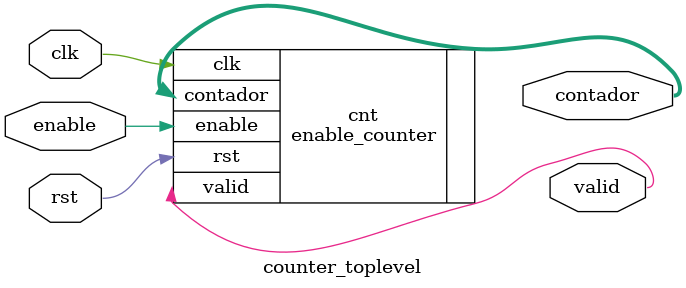
<source format=v>
`timescale 1ns/1ps

module counter_toplevel(
    input clk,
    input rst,
    input enable,
    output [WIDTH-1:0] contador,
    output valid
);
parameter WIDTH = 5;

enable_counter #(.WIDTH(WIDTH))cnt (
    .clk(clk),
    .rst(rst),
    .enable(enable),
    .contador(contador),
    .valid(valid)
);

`ifdef COCOTB_SIM
    initial begin
        $dumpfile("./sim_build/waveform.vcd");
        $dumpvars (0, counter_toplevel);
    end
`endif

endmodule

</source>
